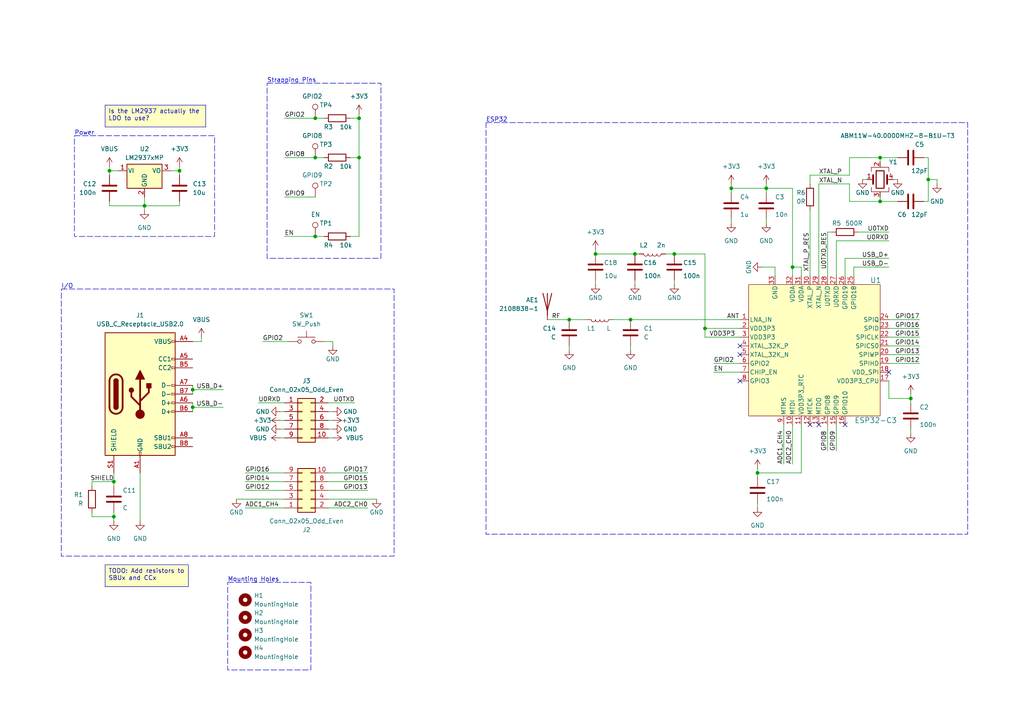
<source format=kicad_sch>
(kicad_sch (version 20230121) (generator eeschema)
  (paper "A4")
  (lib_symbols
    (symbol "Connector:TestPoint" (pin_numbers hide) (pin_names (offset 0.762) hide)
      (property "Reference" "TP" (at 0 6.858 0))
      (property "Value" "TestPoint" (at 0 5.08 0))
      (symbol "TestPoint_0_1"
        (circle (center 0 3.302) (radius 0.762))
      )
      (symbol "TestPoint_1_1"
        (pin passive line (at 0 0 90) (length 2.54) (name "1") (number "1"))
      )
    )
    (symbol "Connector:USB_C_Receptacle_USB2.0" (pin_names (offset 1.016))
      (property "Reference" "J" (at -10.16 19.05 0))
      (property "Value" "USB_C_Receptacle_USB2.0" (at 19.05 19.05 0))
      (symbol "USB_C_Receptacle_USB2.0_0_0"
        (rectangle (start -0.254 -17.78) (end 0.254 -16.764))
        (rectangle (start 10.16 -14.986) (end 9.144 -15.494))
        (rectangle (start 10.16 -12.446) (end 9.144 -12.954))
        (rectangle (start 10.16 -4.826) (end 9.144 -5.334))
        (rectangle (start 10.16 -2.286) (end 9.144 -2.794))
        (rectangle (start 10.16 0.254) (end 9.144 -0.254))
        (rectangle (start 10.16 2.794) (end 9.144 2.286))
        (rectangle (start 10.16 7.874) (end 9.144 7.366))
        (rectangle (start 10.16 10.414) (end 9.144 9.906))
        (rectangle (start 10.16 15.494) (end 9.144 14.986))
      )
      (symbol "USB_C_Receptacle_USB2.0_0_1"
        (rectangle (start -10.16 17.78) (end 10.16 -17.78) (stroke (width 0.254)) (fill (type background)))
        (arc (start -8.89 -3.81) (mid -6.985 -5.7067) (end -5.08 -3.81) (stroke (width 0.508)))
        (arc (start -7.62 -3.81) (mid -6.985 -4.4423) (end -6.35 -3.81) (stroke (width 0.254)))
        (arc (start -7.62 -3.81) (mid -6.985 -4.4423) (end -6.35 -3.81) (stroke (width 0.254)) (fill (type outline)))
        (rectangle (start -7.62 -3.81) (end -6.35 3.81) (stroke (width 0.254)) (fill (type outline)))
        (arc (start -6.35 3.81) (mid -6.985 4.4423) (end -7.62 3.81) (stroke (width 0.254)))
        (arc (start -6.35 3.81) (mid -6.985 4.4423) (end -7.62 3.81) (stroke (width 0.254)) (fill (type outline)))
        (arc (start -5.08 3.81) (mid -6.985 5.7067) (end -8.89 3.81) (stroke (width 0.508)))
        (circle (center -2.54 1.143) (radius 0.635) (stroke (width 0.254)) (fill (type outline)))
        (circle (center 0 -5.842) (radius 1.27) (fill (type outline)))
        (polyline (pts (xy -8.89 -3.81) (xy -8.89 3.81)) (stroke (width 0.508)))
        (polyline (pts (xy -5.08 3.81) (xy -5.08 -3.81)) (stroke (width 0.508)))
        (polyline (pts (xy 0 -5.842) (xy 0 4.318)) (stroke (width 0.508)))
        (polyline (pts (xy 0 -3.302) (xy -2.54 -0.762) (xy -2.54 0.508)) (stroke (width 0.508)))
        (polyline (pts (xy 0 -2.032) (xy 2.54 0.508) (xy 2.54 1.778)) (stroke (width 0.508)))
        (polyline (pts (xy -1.27 4.318) (xy 0 6.858) (xy 1.27 4.318) (xy -1.27 4.318)) (stroke (width 0.254)) (fill (type outline)))
        (rectangle (start 1.905 1.778) (end 3.175 3.048) (stroke (width 0.254)) (fill (type outline)))
      )
      (symbol "USB_C_Receptacle_USB2.0_1_1"
        (pin passive line (at 0 -22.86 90) (length 5.08) (name "GND") (number "A1"))
        (pin passive line (at 0 -22.86 90) (length 5.08) hide (name "GND") (number "A12"))
        (pin passive line (at 15.24 15.24 180) (length 5.08) (name "VBUS") (number "A4"))
        (pin bidirectional line (at 15.24 10.16 180) (length 5.08) (name "CC1") (number "A5"))
        (pin bidirectional line (at 15.24 -2.54 180) (length 5.08) (name "D+") (number "A6"))
        (pin bidirectional line (at 15.24 2.54 180) (length 5.08) (name "D-") (number "A7"))
        (pin bidirectional line (at 15.24 -12.7 180) (length 5.08) (name "SBU1") (number "A8"))
        (pin passive line (at 15.24 15.24 180) (length 5.08) hide (name "VBUS") (number "A9"))
        (pin passive line (at 0 -22.86 90) (length 5.08) hide (name "GND") (number "B1"))
        (pin passive line (at 0 -22.86 90) (length 5.08) hide (name "GND") (number "B12"))
        (pin passive line (at 15.24 15.24 180) (length 5.08) hide (name "VBUS") (number "B4"))
        (pin bidirectional line (at 15.24 7.62 180) (length 5.08) (name "CC2") (number "B5"))
        (pin bidirectional line (at 15.24 -5.08 180) (length 5.08) (name "D+") (number "B6"))
        (pin bidirectional line (at 15.24 0 180) (length 5.08) (name "D-") (number "B7"))
        (pin bidirectional line (at 15.24 -15.24 180) (length 5.08) (name "SBU2") (number "B8"))
        (pin passive line (at 15.24 15.24 180) (length 5.08) hide (name "VBUS") (number "B9"))
        (pin passive line (at -7.62 -22.86 90) (length 5.08) (name "SHIELD") (number "S1"))
      )
    )
    (symbol "Connector_Generic:Conn_02x05_Odd_Even" (pin_names (offset 1.016) hide)
      (property "Reference" "J" (at 1.27 7.62 0))
      (property "Value" "Conn_02x05_Odd_Even" (at 1.27 -7.62 0))
      (symbol "Conn_02x05_Odd_Even_1_1"
        (rectangle (start -1.27 -4.953) (end 0 -5.207) (stroke (width 0.1524)))
        (rectangle (start -1.27 -2.413) (end 0 -2.667) (stroke (width 0.1524)))
        (rectangle (start -1.27 0.127) (end 0 -0.127) (stroke (width 0.1524)))
        (rectangle (start -1.27 2.667) (end 0 2.413) (stroke (width 0.1524)))
        (rectangle (start -1.27 5.207) (end 0 4.953) (stroke (width 0.1524)))
        (rectangle (start -1.27 6.35) (end 3.81 -6.35) (stroke (width 0.254)) (fill (type background)))
        (rectangle (start 3.81 -4.953) (end 2.54 -5.207) (stroke (width 0.1524)))
        (rectangle (start 3.81 -2.413) (end 2.54 -2.667) (stroke (width 0.1524)))
        (rectangle (start 3.81 0.127) (end 2.54 -0.127) (stroke (width 0.1524)))
        (rectangle (start 3.81 2.667) (end 2.54 2.413) (stroke (width 0.1524)))
        (rectangle (start 3.81 5.207) (end 2.54 4.953) (stroke (width 0.1524)))
        (pin passive line (at -5.08 5.08 0) (length 3.81) (name "Pin_1") (number "1"))
        (pin passive line (at 7.62 -5.08 180) (length 3.81) (name "Pin_10") (number "10"))
        (pin passive line (at 7.62 5.08 180) (length 3.81) (name "Pin_2") (number "2"))
        (pin passive line (at -5.08 2.54 0) (length 3.81) (name "Pin_3") (number "3"))
        (pin passive line (at 7.62 2.54 180) (length 3.81) (name "Pin_4") (number "4"))
        (pin passive line (at -5.08 0 0) (length 3.81) (name "Pin_5") (number "5"))
        (pin passive line (at 7.62 0 180) (length 3.81) (name "Pin_6") (number "6"))
        (pin passive line (at -5.08 -2.54 0) (length 3.81) (name "Pin_7") (number "7"))
        (pin passive line (at 7.62 -2.54 180) (length 3.81) (name "Pin_8") (number "8"))
        (pin passive line (at -5.08 -5.08 0) (length 3.81) (name "Pin_9") (number "9"))
      )
    )
    (symbol "Device:Antenna" (pin_numbers hide) (pin_names (offset 1.016) hide)
      (property "Reference" "AE" (at -1.905 1.905 0))
      (property "Value" "Antenna" (at -1.905 0 0))
      (symbol "Antenna_0_1"
        (polyline (pts (xy 0 2.54) (xy 0 -3.81)) (stroke (width 0.254)))
        (polyline (pts (xy 1.27 2.54) (xy 0 -2.54) (xy -1.27 2.54)) (stroke (width 0.254)))
      )
      (symbol "Antenna_1_1"
        (pin input line (at 0 -5.08 90) (length 2.54) (name "A") (number "1"))
      )
    )
    (symbol "Device:C" (pin_numbers hide) (pin_names (offset 0.254))
      (property "Reference" "C" (at 0.635 2.54 0))
      (property "Value" "C" (at 0.635 -2.54 0))
      (symbol "C_0_1"
        (polyline (pts (xy -2.032 -0.762) (xy 2.032 -0.762)) (stroke (width 0.508)))
        (polyline (pts (xy -2.032 0.762) (xy 2.032 0.762)) (stroke (width 0.508)))
      )
      (symbol "C_1_1"
        (pin passive line (at 0 3.81 270) (length 2.794) (name "~") (number "1"))
        (pin passive line (at 0 -3.81 90) (length 2.794) (name "~") (number "2"))
      )
    )
    (symbol "Device:Crystal_GND23" (pin_names (offset 1.016) hide)
      (property "Reference" "Y" (at 3.175 5.08 0))
      (property "Value" "Crystal_GND23" (at 3.175 3.175 0))
      (symbol "Crystal_GND23_0_1"
        (rectangle (start -1.143 2.54) (end 1.143 -2.54) (stroke (width 0.3048)))
        (polyline (pts (xy -2.54 0) (xy -2.032 0)))
        (polyline (pts (xy -2.032 -1.27) (xy -2.032 1.27)) (stroke (width 0.508)))
        (polyline (pts (xy 0 -3.81) (xy 0 -3.556)))
        (polyline (pts (xy 0 3.556) (xy 0 3.81)))
        (polyline (pts (xy 2.032 -1.27) (xy 2.032 1.27)) (stroke (width 0.508)))
        (polyline (pts (xy 2.032 0) (xy 2.54 0)))
        (polyline (pts (xy -2.54 -2.286) (xy -2.54 -3.556) (xy 2.54 -3.556) (xy 2.54 -2.286)))
        (polyline (pts (xy -2.54 2.286) (xy -2.54 3.556) (xy 2.54 3.556) (xy 2.54 2.286)))
      )
      (symbol "Crystal_GND23_1_1"
        (pin passive line (at -3.81 0 0) (length 1.27) (name "1") (number "1"))
        (pin passive line (at 0 5.08 270) (length 1.27) (name "2") (number "2"))
        (pin passive line (at 0 -5.08 90) (length 1.27) (name "3") (number "3"))
        (pin passive line (at 3.81 0 180) (length 1.27) (name "4") (number "4"))
      )
    )
    (symbol "Device:L" (pin_numbers hide) (pin_names (offset 1.016) hide)
      (property "Reference" "L" (at -1.27 0 90))
      (property "Value" "L" (at 1.905 0 90))
      (symbol "L_0_1"
        (arc (start 0 -2.54) (mid 0.6323 -1.905) (end 0 -1.27))
        (arc (start 0 -1.27) (mid 0.6323 -0.635) (end 0 0))
        (arc (start 0 0) (mid 0.6323 0.635) (end 0 1.27))
        (arc (start 0 1.27) (mid 0.6323 1.905) (end 0 2.54))
      )
      (symbol "L_1_1"
        (pin passive line (at 0 3.81 270) (length 1.27) (name "1") (number "1"))
        (pin passive line (at 0 -3.81 90) (length 1.27) (name "2") (number "2"))
      )
    )
    (symbol "Device:R" (pin_numbers hide) (pin_names (offset 0))
      (property "Reference" "R" (at 2.032 0 90))
      (property "Value" "R" (at 0 0 90))
      (symbol "R_0_1"
        (rectangle (start -1.016 -2.54) (end 1.016 2.54) (stroke (width 0.254)))
      )
      (symbol "R_1_1"
        (pin passive line (at 0 3.81 270) (length 1.27) (name "~") (number "1"))
        (pin passive line (at 0 -3.81 90) (length 1.27) (name "~") (number "2"))
      )
    )
    (symbol "Mechanical:MountingHole" (pin_names (offset 1.016))
      (property "Reference" "H" (at 0 5.08 0))
      (property "Value" "MountingHole" (at 0 3.175 0))
      (symbol "MountingHole_0_1"
        (circle (center 0 0) (radius 1.27) (stroke (width 1.27)))
      )
    )
    (symbol "Regulator_Linear:LM2937xMP" (pin_names (offset 0.254))
      (property "Reference" "U" (at -3.81 3.175 0))
      (property "Value" "LM2937xMP" (at 0 3.175 0))
      (symbol "LM2937xMP_0_1"
        (rectangle (start -5.08 -5.08) (end 5.08 1.905) (stroke (width 0.254)) (fill (type background)))
      )
      (symbol "LM2937xMP_1_1"
        (pin power_in line (at -7.62 0 0) (length 2.54) (name "VI") (number "1"))
        (pin power_in line (at 0 -7.62 90) (length 2.54) (name "GND") (number "2"))
        (pin power_out line (at 7.62 0 180) (length 2.54) (name "VO") (number "3"))
      )
    )
    (symbol "Switch:SW_Push" (pin_numbers hide) (pin_names (offset 1.016) hide)
      (property "Reference" "SW" (at 1.27 2.54 0))
      (property "Value" "SW_Push" (at 0 -1.524 0))
      (symbol "SW_Push_0_1"
        (circle (center -2.032 0) (radius 0.508))
        (polyline (pts (xy 0 1.27) (xy 0 3.048)))
        (polyline (pts (xy 2.54 1.27) (xy -2.54 1.27)))
        (circle (center 2.032 0) (radius 0.508))
        (pin passive line (at -5.08 0 0) (length 2.54) (name "1") (number "1"))
        (pin passive line (at 5.08 0 180) (length 2.54) (name "2") (number "2"))
      )
    )
    (symbol "encyclopedia_galactica:ESP32-C3" (pin_names (offset 0.254))
      (property "Reference" "U" (at 0 43.18 0))
      (property "Value" "ESP32-C3" (at 0 40.64 0))
      (symbol "ESP32-C3_0_1"
        (pin bidirectional line (at -21.59 8.89 0) (length 2.54) (name "LNA_IN") (number "1"))
        (pin bidirectional line (at -6.35 -21.59 90) (length 2.54) (name "MTDI") (number "10"))
        (pin power_in line (at -3.81 -21.59 90) (length 2.54) (name "VDD3P3_RTC") (number "11"))
        (pin bidirectional line (at -1.27 -21.59 90) (length 2.54) (name "MTCK") (number "12"))
        (pin bidirectional line (at 1.27 -21.59 90) (length 2.54) (name "MTDO") (number "13"))
        (pin bidirectional line (at 3.81 -21.59 90) (length 2.54) (name "GPIO8") (number "14"))
        (pin bidirectional line (at 6.35 -21.59 90) (length 2.54) (name "GPIO9") (number "15"))
        (pin bidirectional line (at 8.89 -21.59 90) (length 2.54) (name "GPIO10") (number "16"))
        (pin power_in line (at 21.59 -8.89 180) (length 2.54) (name "VDD3P3_CPU") (number "17"))
        (pin power_in line (at 21.59 -6.35 180) (length 2.54) (name "VDD_SPI") (number "18"))
        (pin bidirectional line (at 21.59 -3.81 180) (length 2.54) (name "SPIHD") (number "19"))
        (pin power_in line (at -21.59 6.35 0) (length 2.54) (name "VDD3P3") (number "2"))
        (pin bidirectional line (at 21.59 -1.27 180) (length 2.54) (name "SPIWP") (number "20"))
        (pin bidirectional line (at 21.59 1.27 180) (length 2.54) (name "SPICS0") (number "21"))
        (pin bidirectional line (at 21.59 3.81 180) (length 2.54) (name "SPICLK") (number "22"))
        (pin bidirectional line (at 21.59 6.35 180) (length 2.54) (name "SPID") (number "23"))
        (pin bidirectional line (at 21.59 8.89 180) (length 2.54) (name "SPIQ") (number "24"))
        (pin bidirectional line (at 11.43 21.59 270) (length 2.54) (name "GPIO18") (number "25"))
        (pin bidirectional line (at 8.89 21.59 270) (length 2.54) (name "GPIO19") (number "26"))
        (pin bidirectional line (at 6.35 21.59 270) (length 2.54) (name "U0RXD") (number "27"))
        (pin bidirectional line (at 3.81 21.59 270) (length 2.54) (name "U0TXD") (number "28"))
        (pin output line (at 1.27 21.59 270) (length 2.54) (name "XTAL_N") (number "29"))
        (pin power_in line (at -21.59 3.81 0) (length 2.54) (name "VDD3P3") (number "3"))
        (pin input line (at -1.27 21.59 270) (length 2.54) (name "XTAL_P") (number "30"))
        (pin power_in line (at -3.81 21.59 270) (length 2.54) (name "VDDA") (number "31"))
        (pin power_in line (at -6.35 21.59 270) (length 2.54) (name "VDDA") (number "32"))
        (pin power_out line (at -11.43 21.59 270) (length 2.54) (name "GND") (number "33"))
        (pin bidirectional line (at -21.59 1.27 0) (length 2.54) (name "XTAL_32K_P") (number "4"))
        (pin bidirectional line (at -21.59 -1.27 0) (length 2.54) (name "XTAL_32K_N") (number "5"))
        (pin bidirectional line (at -21.59 -3.81 0) (length 2.54) (name "GPIO2") (number "6"))
        (pin input line (at -21.59 -6.35 0) (length 2.54) (name "CHIP_EN") (number "7"))
        (pin bidirectional line (at -21.59 -8.89 0) (length 2.54) (name "GPIO3") (number "8"))
        (pin bidirectional line (at -8.89 -21.59 90) (length 2.54) (name "MTMS") (number "9"))
      )
      (symbol "ESP32-C3_1_1"
        (rectangle (start -19.05 19.05) (end 19.05 -19.05) (fill (type background)))
      )
    )
    (symbol "power:+3V3" (power) (pin_names (offset 0))
      (property "Value" "+3V3" (at 0 3.556 0))
      (symbol "+3V3_0_1"
        (polyline (pts (xy -0.762 1.27) (xy 0 2.54)))
        (polyline (pts (xy 0 0) (xy 0 2.54)))
        (polyline (pts (xy 0 2.54) (xy 0.762 1.27)))
      )
      (symbol "+3V3_1_1"
        (pin power_in line (at 0 0 90) (length 0) hide (name "+3V3") (number "1"))
      )
    )
    (symbol "power:GND" (power) (pin_names (offset 0))
      (property "Value" "GND" (at 0 -3.81 0))
      (symbol "GND_0_1"
        (polyline (pts (xy 0 0) (xy 0 -1.27) (xy 1.27 -1.27) (xy 0 -2.54) (xy -1.27 -1.27) (xy 0 -1.27)))
      )
      (symbol "GND_1_1"
        (pin power_in line (at 0 0 270) (length 0) hide (name "GND") (number "1"))
      )
    )
    (symbol "power:VBUS" (power) (pin_names (offset 0))
      (property "Value" "VBUS" (at 0 3.81 0))
      (symbol "VBUS_0_1"
        (polyline (pts (xy -0.762 1.27) (xy 0 2.54)))
        (polyline (pts (xy 0 0) (xy 0 2.54)))
        (polyline (pts (xy 0 2.54) (xy 0.762 1.27)))
      )
      (symbol "VBUS_1_1"
        (pin power_in line (at 0 0 90) (length 0) hide (name "VBUS") (number "1"))
      )
    )
  )
  (junction (at 41.91 59.69))
  (junction (at 182.88 92.71))
  (junction (at 229.87 77.47))
  (junction (at 172.72 73.66))
  (junction (at 91.44 45.72))
  (junction (at 104.14 34.29))
  (junction (at 212.09 54.61))
  (junction (at 184.15 73.66))
  (junction (at 33.02 139.7))
  (junction (at 219.71 137.16))
  (junction (at 222.25 54.61))
  (junction (at 91.44 34.29))
  (junction (at 55.88 118.11))
  (junction (at 91.44 68.58))
  (junction (at 195.58 73.66))
  (junction (at 264.16 115.57))
  (junction (at 269.24 52.07))
  (junction (at 104.14 45.72))
  (junction (at 31.75 49.53))
  (junction (at 255.27 45.72))
  (junction (at 33.02 149.86))
  (junction (at 204.47 95.25))
  (junction (at 55.88 113.03))
  (junction (at 165.1 92.71))
  (junction (at 255.27 58.42))
  (junction (at 52.07 49.53))
  (no_connect (at 245.11 123.19))
  (no_connect (at 214.63 110.49))
  (no_connect (at 214.63 100.33))
  (no_connect (at 234.95 123.19))
  (no_connect (at 257.81 107.95))
  (no_connect (at 237.49 123.19))
  (no_connect (at 214.63 102.87))
  (wire (pts (xy 55.88 116.84) (xy 55.88 118.11)))
  (wire (pts (xy 257.81 92.71) (xy 266.7 92.71)))
  (wire (pts (xy 240.03 67.31) (xy 240.03 80.01)))
  (wire (pts (xy 91.44 34.29) (xy 82.55 34.29)))
  (wire (pts (xy 207.01 105.41) (xy 214.63 105.41)))
  (wire (pts (xy 55.88 118.11) (xy 64.77 118.11)))
  (wire (pts (xy 271.78 52.07) (xy 269.24 52.07)))
  (wire (pts (xy 26.67 140.97) (xy 26.67 139.7)))
  (wire (pts (xy 102.87 116.84) (xy 95.25 116.84)))
  (wire (pts (xy 222.25 63.5) (xy 222.25 64.77)))
  (wire (pts (xy 257.81 97.79) (xy 266.7 97.79)))
  (wire (pts (xy 172.72 73.66) (xy 184.15 73.66)))
  (wire (pts (xy 93.98 99.06) (xy 96.52 99.06)))
  (wire (pts (xy 33.02 137.16) (xy 33.02 139.7)))
  (wire (pts (xy 234.95 50.8) (xy 246.38 50.8)))
  (wire (pts (xy 257.81 95.25) (xy 266.7 95.25)))
  (wire (pts (xy 93.98 34.29) (xy 91.44 34.29)))
  (wire (pts (xy 55.88 111.76) (xy 55.88 113.03)))
  (wire (pts (xy 257.81 69.85) (xy 242.57 69.85)))
  (wire (pts (xy 229.87 54.61) (xy 229.87 77.47)))
  (wire (pts (xy 255.27 45.72) (xy 255.27 46.99)))
  (wire (pts (xy 257.81 115.57) (xy 257.81 110.49)))
  (wire (pts (xy 246.38 58.42) (xy 246.38 53.34)))
  (wire (pts (xy 245.11 74.93) (xy 245.11 80.01)))
  (wire (pts (xy 55.88 113.03) (xy 64.77 113.03)))
  (wire (pts (xy 95.25 139.7) (xy 106.68 139.7)))
  (wire (pts (xy 40.64 137.16) (xy 40.64 151.13)))
  (wire (pts (xy 58.42 99.06) (xy 58.42 97.79)))
  (wire (pts (xy 55.88 118.11) (xy 55.88 119.38)))
  (wire (pts (xy 251.46 52.07) (xy 250.19 52.07)))
  (wire (pts (xy 184.15 81.28) (xy 184.15 82.55)))
  (wire (pts (xy 237.49 53.34) (xy 237.49 80.01)))
  (wire (pts (xy 74.93 116.84) (xy 82.55 116.84)))
  (wire (pts (xy 81.28 121.92) (xy 82.55 121.92)))
  (wire (pts (xy 182.88 92.71) (xy 214.63 92.71)))
  (wire (pts (xy 219.71 137.16) (xy 219.71 135.89)))
  (wire (pts (xy 95.25 142.24) (xy 106.68 142.24)))
  (wire (pts (xy 33.02 149.86) (xy 33.02 148.59)))
  (wire (pts (xy 264.16 114.3) (xy 264.16 115.57)))
  (wire (pts (xy 95.25 147.32) (xy 106.68 147.32)))
  (wire (pts (xy 172.72 81.28) (xy 172.72 82.55)))
  (wire (pts (xy 247.65 77.47) (xy 257.81 77.47)))
  (wire (pts (xy 52.07 58.42) (xy 52.07 59.69)))
  (wire (pts (xy 41.91 59.69) (xy 41.91 57.15)))
  (wire (pts (xy 91.44 45.72) (xy 82.55 45.72)))
  (wire (pts (xy 229.87 123.19) (xy 229.87 134.62)))
  (wire (pts (xy 257.81 115.57) (xy 264.16 115.57)))
  (wire (pts (xy 212.09 53.34) (xy 212.09 54.61)))
  (wire (pts (xy 91.44 57.15) (xy 82.55 57.15)))
  (wire (pts (xy 229.87 77.47) (xy 232.41 77.47)))
  (wire (pts (xy 246.38 45.72) (xy 246.38 50.8)))
  (wire (pts (xy 237.49 53.34) (xy 246.38 53.34)))
  (wire (pts (xy 195.58 81.28) (xy 195.58 82.55)))
  (wire (pts (xy 81.28 127) (xy 82.55 127)))
  (wire (pts (xy 165.1 92.71) (xy 170.18 92.71)))
  (wire (pts (xy 260.35 58.42) (xy 255.27 58.42)))
  (wire (pts (xy 96.52 99.06) (xy 96.52 100.33)))
  (wire (pts (xy 104.14 68.58) (xy 101.6 68.58)))
  (wire (pts (xy 267.97 58.42) (xy 269.24 58.42)))
  (wire (pts (xy 207.01 107.95) (xy 214.63 107.95)))
  (wire (pts (xy 71.12 137.16) (xy 82.55 137.16)))
  (wire (pts (xy 95.25 127) (xy 96.52 127)))
  (wire (pts (xy 68.58 144.78) (xy 82.55 144.78)))
  (wire (pts (xy 234.95 60.96) (xy 234.95 80.01)))
  (wire (pts (xy 264.16 124.46) (xy 264.16 125.73)))
  (wire (pts (xy 76.2 99.06) (xy 83.82 99.06)))
  (wire (pts (xy 204.47 73.66) (xy 195.58 73.66)))
  (wire (pts (xy 91.44 68.58) (xy 82.55 68.58)))
  (wire (pts (xy 247.65 77.47) (xy 247.65 80.01)))
  (wire (pts (xy 33.02 149.86) (xy 33.02 151.13)))
  (wire (pts (xy 269.24 45.72) (xy 267.97 45.72)))
  (wire (pts (xy 234.95 50.8) (xy 234.95 53.34)))
  (wire (pts (xy 81.28 124.46) (xy 82.55 124.46)))
  (wire (pts (xy 55.88 113.03) (xy 55.88 114.3)))
  (wire (pts (xy 255.27 58.42) (xy 255.27 57.15)))
  (wire (pts (xy 227.33 123.19) (xy 227.33 134.62)))
  (wire (pts (xy 104.14 45.72) (xy 101.6 45.72)))
  (wire (pts (xy 212.09 54.61) (xy 222.25 54.61)))
  (wire (pts (xy 109.22 144.78) (xy 95.25 144.78)))
  (wire (pts (xy 193.04 73.66) (xy 195.58 73.66)))
  (wire (pts (xy 52.07 49.53) (xy 52.07 50.8)))
  (wire (pts (xy 242.57 123.19) (xy 242.57 130.81)))
  (wire (pts (xy 219.71 137.16) (xy 232.41 137.16)))
  (wire (pts (xy 95.25 119.38) (xy 96.52 119.38)))
  (wire (pts (xy 31.75 59.69) (xy 41.91 59.69)))
  (wire (pts (xy 257.81 102.87) (xy 266.7 102.87)))
  (wire (pts (xy 219.71 146.05) (xy 219.71 147.32)))
  (wire (pts (xy 177.8 92.71) (xy 182.88 92.71)))
  (wire (pts (xy 52.07 48.26) (xy 52.07 49.53)))
  (wire (pts (xy 182.88 100.33) (xy 182.88 101.6)))
  (wire (pts (xy 95.25 121.92) (xy 96.52 121.92)))
  (wire (pts (xy 91.44 45.72) (xy 93.98 45.72)))
  (wire (pts (xy 26.67 149.86) (xy 33.02 149.86)))
  (wire (pts (xy 248.92 67.31) (xy 257.81 67.31)))
  (wire (pts (xy 264.16 115.57) (xy 264.16 116.84)))
  (wire (pts (xy 240.03 123.19) (xy 240.03 130.81)))
  (wire (pts (xy 71.12 139.7) (xy 82.55 139.7)))
  (wire (pts (xy 49.53 49.53) (xy 52.07 49.53)))
  (wire (pts (xy 26.67 148.59) (xy 26.67 149.86)))
  (wire (pts (xy 95.25 137.16) (xy 106.68 137.16)))
  (wire (pts (xy 222.25 54.61) (xy 229.87 54.61)))
  (wire (pts (xy 81.28 119.38) (xy 82.55 119.38)))
  (wire (pts (xy 269.24 58.42) (xy 269.24 52.07)))
  (wire (pts (xy 26.67 139.7) (xy 33.02 139.7)))
  (wire (pts (xy 204.47 97.79) (xy 204.47 95.25)))
  (wire (pts (xy 104.14 34.29) (xy 104.14 45.72)))
  (wire (pts (xy 184.15 73.66) (xy 185.42 73.66)))
  (wire (pts (xy 31.75 48.26) (xy 31.75 49.53)))
  (wire (pts (xy 257.81 74.93) (xy 245.11 74.93)))
  (wire (pts (xy 165.1 100.33) (xy 165.1 101.6)))
  (wire (pts (xy 257.81 100.33) (xy 266.7 100.33)))
  (wire (pts (xy 269.24 52.07) (xy 269.24 45.72)))
  (wire (pts (xy 33.02 139.7) (xy 33.02 140.97)))
  (wire (pts (xy 55.88 99.06) (xy 58.42 99.06)))
  (wire (pts (xy 222.25 53.34) (xy 222.25 54.61)))
  (wire (pts (xy 104.14 33.02) (xy 104.14 34.29)))
  (wire (pts (xy 232.41 77.47) (xy 232.41 80.01)))
  (wire (pts (xy 41.91 59.69) (xy 41.91 60.96)))
  (wire (pts (xy 246.38 58.42) (xy 255.27 58.42)))
  (wire (pts (xy 212.09 63.5) (xy 212.09 64.77)))
  (wire (pts (xy 104.14 34.29) (xy 101.6 34.29)))
  (wire (pts (xy 229.87 77.47) (xy 229.87 80.01)))
  (wire (pts (xy 219.71 138.43) (xy 219.71 137.16)))
  (wire (pts (xy 222.25 54.61) (xy 222.25 55.88)))
  (wire (pts (xy 255.27 45.72) (xy 246.38 45.72)))
  (wire (pts (xy 271.78 53.34) (xy 271.78 52.07)))
  (wire (pts (xy 71.12 142.24) (xy 82.55 142.24)))
  (wire (pts (xy 260.35 45.72) (xy 255.27 45.72)))
  (wire (pts (xy 257.81 105.41) (xy 266.7 105.41)))
  (wire (pts (xy 93.98 68.58) (xy 91.44 68.58)))
  (wire (pts (xy 104.14 45.72) (xy 104.14 68.58)))
  (wire (pts (xy 204.47 95.25) (xy 204.47 73.66)))
  (wire (pts (xy 95.25 124.46) (xy 96.52 124.46)))
  (wire (pts (xy 158.75 92.71) (xy 165.1 92.71)))
  (wire (pts (xy 41.91 59.69) (xy 52.07 59.69)))
  (wire (pts (xy 31.75 49.53) (xy 31.75 50.8)))
  (wire (pts (xy 242.57 69.85) (xy 242.57 80.01)))
  (wire (pts (xy 71.12 147.32) (xy 82.55 147.32)))
  (wire (pts (xy 260.35 52.07) (xy 259.08 52.07)))
  (wire (pts (xy 31.75 58.42) (xy 31.75 59.69)))
  (wire (pts (xy 204.47 95.25) (xy 214.63 95.25)))
  (wire (pts (xy 240.03 67.31) (xy 241.3 67.31)))
  (wire (pts (xy 214.63 97.79) (xy 204.47 97.79)))
  (wire (pts (xy 224.79 77.47) (xy 224.79 80.01)))
  (wire (pts (xy 172.72 72.39) (xy 172.72 73.66)))
  (wire (pts (xy 212.09 54.61) (xy 212.09 55.88)))
  (wire (pts (xy 232.41 123.19) (xy 232.41 137.16)))
  (wire (pts (xy 220.98 77.47) (xy 224.79 77.47)))
  (wire (pts (xy 31.75 49.53) (xy 34.29 49.53)))
  (rectangle (start 21.59 39.37) (end 62.23 68.58) (stroke (width 0) (type dash)))
  (rectangle (start 66.04 168.91) (end 90.17 194.31) (stroke (width 0) (type dash)))
  (rectangle (start 77.47 24.13) (end 110.49 74.93) (stroke (width 0) (type dash)))
  (rectangle (start 17.78 83.82) (end 114.3 161.29) (stroke (width 0) (type dash)))
  (rectangle (start 140.97 35.56) (end 280.67 154.94) (stroke (width 0) (type dash)))
  (text_box "TODO: Add resistors to SBUx and CCx" (at 30.48 163.83 0) (size 24.13 6.35) (fill (type color) (color 255 255 194 1)) (effects (font (size 1.27 1.27)) (justify left top)))
  (text_box "Is the LM2937 actually the LDO to use?" (at 30.48 30.48 0) (size 29.21 6.35) (fill (type color) (color 255 255 194 1)) (effects (font (size 1.27 1.27)) (justify left top)))
  (text "ESP32" (at 140.97 35.56 0) (effects (font (size 1.27 1.27)) (justify left bottom)))
  (text "I/O" (at 17.78 83.82 0) (effects (font (size 1.27 1.27)) (justify left bottom)))
  (text "Mounting Holes" (at 66.04 168.91 0) (effects (font (size 1.27 1.27)) (justify left bottom)))
  (text "Power" (at 21.59 39.37 0) (effects (font (size 1.27 1.27)) (justify left bottom)))
  (text "Strapping Pins" (at 77.47 24.13 0) (effects (font (size 1.27 1.27)) (justify left bottom)))
  (label "ADC1_CH4" (at 227.33 134.62 90))
  (label "U0RXD" (at 74.93 116.84 0))
  (label "GPIO2" (at 76.2 99.06 0))
  (label "USB_D-" (at 64.77 118.11 180))
  (label "GPIO12" (at 71.12 142.24 0))
  (label "EN" (at 207.01 107.95 0))
  (label "GPIO16" (at 71.12 137.16 0))
  (label "GPIO13" (at 106.68 142.24 180))
  (label "USB_D+" (at 64.77 113.03 180))
  (label "SHIELD" (at 33.02 139.7 180))
  (label "ADC1_CH4" (at 71.12 147.32 0))
  (label "USB_D+" (at 257.81 74.93 180))
  (label "GPIO2" (at 82.55 34.29 0))
  (label "GPIO14" (at 266.7 100.33 180))
  (label "GPIO9" (at 242.57 130.81 90))
  (label "GPIO17" (at 266.7 92.71 180))
  (label "GPIO14" (at 71.12 139.7 0))
  (label "U0TXD" (at 102.87 116.84 180))
  (label "ADC2_CH0" (at 229.87 134.62 90))
  (label "U0RXD" (at 257.81 69.85 180))
  (label "VDD3P3" (at 205.74 97.79 0))
  (label "ANT" (at 210.82 92.71 0))
  (label "USB_D-" (at 257.81 77.47 180))
  (label "GPIO12" (at 266.7 105.41 180))
  (label "XTAL_P" (at 237.49 50.8 0))
  (label "U0TXD" (at 257.81 67.31 180))
  (label "GPIO9" (at 82.55 57.15 0))
  (label "XTAL_P_RES" (at 234.95 78.74 90))
  (label "GPIO15" (at 106.68 139.7 180))
  (label "XTAL_N" (at 237.49 53.34 0))
  (label "GPIO16" (at 266.7 95.25 180))
  (label "RF" (at 160.02 92.71 0))
  (label "U0TXD_RES" (at 240.03 67.31 270))
  (label "EN" (at 82.55 68.58 0))
  (label "GPIO8" (at 82.55 45.72 0))
  (label "GPIO13" (at 266.7 102.87 180))
  (label "GPIO17" (at 106.68 137.16 180))
  (label "GPIO2" (at 207.01 105.41 0))
  (label "ADC2_CH0" (at 106.68 147.32 180))
  (label "GPIO15" (at 266.7 97.79 180))
  (label "GPIO8" (at 240.03 130.81 90))
  (symbol (lib_id "power:GND") (at 250.19 52.07 0) (mirror y) (unit 1)
    (property "Reference" "#PWR03" (effects hide))
    (property "Value" "GND" (at 250.19 55.88 0))
  )
  (symbol (lib_id "Connector:USB_C_Receptacle_USB2.0") (at 40.64 114.3 0) (unit 1)
    (property "Reference" "J1" (at 40.64 91.44 0))
    (property "Value" "USB_C_Receptacle_USB2.0" (at 40.64 93.98 0))
    (property "Footprint" "Connector_USB:USB_C_Receptacle_GCT_USB4105-xx-A_16P_TopMnt_Horizontal" (effects hide))
    (property "Datasheet" "https://www.usb.org/sites/default/files/documents/usb_type-c.zip" (effects hide))
  )
  (symbol (lib_id "Device:R") (at 234.95 57.15 0) (mirror y) (unit 1)
    (property "Reference" "R6" (at 233.68 55.88 0) (effects (justify left)))
    (property "Value" "0R" (at 233.68 58.42 0) (effects (justify left)))
    (property "Footprint" "Resistor_SMD:R_0402_1005Metric" (effects hide))
  )
  (symbol (lib_id "Device:R") (at 97.79 68.58 270) (mirror x) (unit 1)
    (property "Reference" "R4" (at 95.25 71.12 90))
    (property "Value" "10k" (at 100.33 71.12 90))
    (property "Footprint" "Resistor_SMD:R_0402_1005Metric" (effects hide))
  )
  (symbol (lib_id "power:GND") (at 212.09 64.77 0) (unit 1)
    (property "Reference" "#PWR023" (effects hide))
    (property "Value" "GND" (at 212.09 69.85 0))
  )
  (symbol (lib_id "power:VBUS") (at 81.28 127 90) (unit 1)
    (property "Reference" "#PWR032" (effects hide))
    (property "Value" "VBUS" (at 77.47 127 90) (effects (justify left)))
  )
  (symbol (lib_id "Device:R") (at 26.67 144.78 0) (unit 1)
    (property "Reference" "R1" (at 24.13 143.51 0) (effects (justify right)))
    (property "Value" "R" (at 24.13 146.05 0) (effects (justify right)))
    (property "Footprint" "Resistor_SMD:R_0402_1005Metric" (effects hide))
  )
  (symbol (lib_id "power:GND") (at 81.28 124.46 270) (unit 1)
    (property "Reference" "#PWR030" (effects hide))
    (property "Value" "GND" (at 76.2 124.46 90))
  )
  (symbol (lib_id "Mechanical:MountingHole") (at 71.12 184.15 0) (unit 1)
    (property "Reference" "H3" (at 73.66 182.88 0) (effects (justify left)))
    (property "Value" "MountingHole" (at 73.66 185.42 0) (effects (justify left)))
    (property "Footprint" "MountingHole:MountingHole_2.2mm_M2" (effects hide))
  )
  (symbol (lib_id "power:GND") (at 184.15 82.55 0) (mirror y) (unit 1)
    (property "Reference" "#PWR018" (effects hide))
    (property "Value" "GND" (at 184.15 86.36 0))
  )
  (symbol (lib_id "Mechanical:MountingHole") (at 71.12 173.99 0) (unit 1)
    (property "Reference" "H1" (at 73.66 172.72 0) (effects (justify left)))
    (property "Value" "MountingHole" (at 73.66 175.26 0) (effects (justify left)))
    (property "Footprint" "MountingHole:MountingHole_2.2mm_M2" (effects hide))
  )
  (symbol (lib_id "Device:C") (at 172.72 77.47 0) (unit 1)
    (property "Reference" "C18" (at 179.07 76.2 0) (effects (justify right)))
    (property "Value" "10u" (at 179.07 80.01 0) (effects (justify right)))
    (property "Footprint" "Capacitor_SMD:C_0603_1608Metric" (effects hide))
  )
  (symbol (lib_id "power:+3V3") (at 222.25 53.34 0) (mirror y) (unit 1)
    (property "Reference" "#PWR04" (effects hide))
    (property "Value" "+3V3" (at 222.25 48.26 0))
  )
  (symbol (lib_id "power:GND") (at 41.91 60.96 0) (unit 1)
    (property "Reference" "#PWR016" (effects hide))
    (property "Value" "GND" (at 41.91 66.04 0))
  )
  (symbol (lib_id "power:+3V3") (at 212.09 53.34 0) (mirror y) (unit 1)
    (property "Reference" "#PWR022" (effects hide))
    (property "Value" "+3V3" (at 212.09 48.26 0))
  )
  (symbol (lib_id "Connector_Generic:Conn_02x05_Odd_Even") (at 87.63 121.92 0) (unit 1)
    (property "Reference" "J3" (at 88.9 110.49 0))
    (property "Value" "Conn_02x05_Odd_Even" (at 88.9 113.03 0))
    (property "Footprint" "Connector_PinHeader_2.54mm:PinHeader_2x05_P2.54mm_Vertical" (effects hide))
  )
  (symbol (lib_id "Device:C") (at 165.1 96.52 0) (unit 1)
    (property "Reference" "C14" (at 161.29 95.25 0) (effects (justify right)))
    (property "Value" "C" (at 161.29 97.79 0) (effects (justify right)))
    (property "Footprint" "Capacitor_SMD:C_0402_1005Metric" (effects hide))
  )
  (symbol (lib_id "power:GND") (at 271.78 53.34 0) (mirror y) (unit 1)
    (property "Reference" "#PWR025" (effects hide))
    (property "Value" "GND" (at 271.78 58.42 0))
  )
  (symbol (lib_id "power:VBUS") (at 31.75 48.26 0) (unit 1)
    (property "Reference" "#PWR014" (effects hide))
    (property "Value" "VBUS" (at 31.75 43.18 0))
  )
  (symbol (lib_id "Connector:TestPoint") (at 91.44 68.58 0) (unit 1)
    (property "Reference" "TP1" (at 92.71 64.77 0) (effects (justify left)))
    (property "Value" "EN" (at 90.17 62.23 0) (effects (justify left)))
    (property "Footprint" "TestPoint:TestPoint_Pad_D1.5mm" (effects hide))
  )
  (symbol (lib_id "Connector_Generic:Conn_02x05_Odd_Even") (at 87.63 142.24 0) (mirror x) (unit 1)
    (property "Reference" "J2" (at 88.9 153.67 0))
    (property "Value" "Conn_02x05_Odd_Even" (at 88.9 151.13 0))
    (property "Footprint" "Connector_PinHeader_2.54mm:PinHeader_2x05_P2.54mm_Vertical" (effects hide))
  )
  (symbol (lib_id "power:GND") (at 222.25 64.77 0) (unit 1)
    (property "Reference" "#PWR021" (effects hide))
    (property "Value" "GND" (at 222.25 69.85 0))
  )
  (symbol (lib_id "power:GND") (at 165.1 101.6 0) (mirror y) (unit 1)
    (property "Reference" "#PWR017" (effects hide))
    (property "Value" "GND" (at 165.1 106.68 0))
  )
  (symbol (lib_id "Device:C") (at 222.25 59.69 0) (mirror y) (unit 1)
    (property "Reference" "C3" (at 224.79 57.15 0) (effects (justify right)))
    (property "Value" "10n" (at 224.79 62.23 0) (effects (justify right)))
    (property "Footprint" "Capacitor_SMD:C_0402_1005Metric" (effects hide))
  )
  (symbol (lib_id "Device:C") (at 33.02 144.78 0) (unit 1)
    (property "Reference" "C11" (at 35.56 142.24 0) (effects (justify left)))
    (property "Value" "C" (at 35.56 147.32 0) (effects (justify left)))
    (property "Footprint" "Capacitor_SMD:C_0402_1005Metric" (effects hide))
  )
  (symbol (lib_id "power:+3V3") (at 52.07 48.26 0) (unit 1)
    (property "Reference" "#PWR015" (effects hide))
    (property "Value" "+3V3" (at 52.07 43.18 0))
  )
  (symbol (lib_id "power:GND") (at 195.58 82.55 0) (unit 1)
    (property "Reference" "#PWR019" (effects hide))
    (property "Value" "GND" (at 195.58 86.36 0))
  )
  (symbol (lib_id "Regulator_Linear:LM2937xMP") (at 41.91 49.53 0) (unit 1)
    (property "Reference" "U2" (at 41.91 43.18 0))
    (property "Value" "LM2937xMP" (at 41.91 45.72 0))
    (property "Footprint" "Package_TO_SOT_SMD:SOT-223-3_TabPin2" (effects hide))
    (property "Datasheet" "http://www.ti.com/lit/ds/symlink/lm2937.pdf" (effects hide))
  )
  (symbol (lib_id "power:+3V3") (at 219.71 135.89 0) (mirror y) (unit 1)
    (property "Reference" "#PWR06" (effects hide))
    (property "Value" "+3V3" (at 219.71 130.81 0))
  )
  (symbol (lib_id "encyclopedia_galactica:ESP32-C3") (at 236.22 101.6 0) (unit 1)
    (property "Reference" "U1" (at 254 81.28 0) (effects (font (size 1.524 1.524))))
    (property "Value" "ESP32-C3" (at 254 121.92 0) (effects (font (size 1.524 1.524))))
    (property "Footprint" "encyclopedia_galactica:QFN32_5X5_EXP" (effects hide))
    (property "Datasheet" "https://www.espressif.com/sites/default/files/documentation/esp32-c3_datasheet_en.pdf" (effects hide))
    (property "HW_Guidelines" "https://www.espressif.com/sites/default/files/documentation/esp32-c3_hardware_design_guidelines_en.pdf" (effects hide))
  )
  (symbol (lib_id "Device:Crystal_GND23") (at 255.27 52.07 0) (unit 1)
    (property "Reference" "Y1" (at 259.08 46.99 0))
    (property "Value" "ABM11W-40.0000MHZ-8-B1U-T3" (at 260.35 39.37 0))
    (property "Footprint" "encyclopedia_galactica:ABM11W-30.0000MHZ-7-D1X-T3" (effects hide))
  )
  (symbol (lib_id "power:GND") (at 96.52 100.33 0) (unit 1)
    (property "Reference" "#PWR036" (effects hide))
    (property "Value" "GND" (at 96.52 104.14 0))
  )
  (symbol (lib_id "Device:C") (at 264.16 58.42 90) (mirror x) (unit 1)
    (property "Reference" "C6" (at 261.62 62.23 90))
    (property "Value" "12pF" (at 266.7 62.23 90))
    (property "Footprint" "Capacitor_SMD:C_0402_1005Metric" (effects hide))
  )
  (symbol (lib_id "Device:C") (at 52.07 54.61 0) (mirror y) (unit 1)
    (property "Reference" "C13" (at 55.88 53.34 0) (effects (justify right)))
    (property "Value" "10u" (at 55.88 55.88 0) (effects (justify right)))
    (property "Footprint" "Capacitor_SMD:C_0603_1608Metric" (effects hide))
  )
  (symbol (lib_id "Switch:SW_Push") (at 88.9 99.06 0) (mirror y) (unit 1)
    (property "Reference" "SW1" (at 88.9 91.44 0))
    (property "Value" "SW_Push" (at 88.9 93.98 0))
    (property "Footprint" "Button_Switch_SMD:SW_SPST_B3U-1000P" (effects hide))
  )
  (symbol (lib_id "power:GND") (at 81.28 119.38 270) (unit 1)
    (property "Reference" "#PWR026" (effects hide))
    (property "Value" "GND" (at 76.2 119.38 90))
  )
  (symbol (lib_id "power:GND") (at 96.52 119.38 90) (unit 1)
    (property "Reference" "#PWR027" (effects hide))
    (property "Value" "GND" (at 101.6 119.38 90))
  )
  (symbol (lib_id "Device:Antenna") (at 158.75 87.63 0) (mirror y) (unit 1)
    (property "Reference" "AE1" (at 156.21 86.995 0) (effects (justify left)))
    (property "Value" "2108838-1" (at 156.21 89.535 0) (effects (justify left)))
    (property "Footprint" "encyclopedia_galactica:2108838-1" (effects hide))
  )
  (symbol (lib_id "Mechanical:MountingHole") (at 71.12 179.07 0) (unit 1)
    (property "Reference" "H2" (at 73.66 177.8 0) (effects (justify left)))
    (property "Value" "MountingHole" (at 73.66 180.34 0) (effects (justify left)))
    (property "Footprint" "MountingHole:MountingHole_2.2mm_M2" (effects hide))
  )
  (symbol (lib_id "power:GND") (at 219.71 147.32 0) (unit 1)
    (property "Reference" "#PWR07" (effects hide))
    (property "Value" "GND" (at 219.71 152.4 0))
  )
  (symbol (lib_id "Connector:TestPoint") (at 91.44 57.15 0) (unit 1)
    (property "Reference" "TP2" (at 92.71 53.34 0) (effects (justify left)))
    (property "Value" "GPIO9" (at 87.63 50.8 0) (effects (justify left)))
    (property "Footprint" "TestPoint:TestPoint_Pad_D1.5mm" (effects hide))
  )
  (symbol (lib_id "power:GND") (at 68.58 144.78 0) (unit 1)
    (property "Reference" "#PWR034" (effects hide))
    (property "Value" "GND" (at 68.58 148.59 0))
  )
  (symbol (lib_id "Device:L") (at 189.23 73.66 90) (mirror x) (unit 1)
    (property "Reference" "L2" (at 186.69 71.12 90))
    (property "Value" "2n" (at 191.77 71.12 90))
    (property "Footprint" "Inductor_SMD:L_0402_1005Metric" (effects hide))
  )
  (symbol (lib_id "Device:C") (at 212.09 59.69 0) (mirror y) (unit 1)
    (property "Reference" "C4" (at 214.63 57.15 0) (effects (justify right)))
    (property "Value" "1u" (at 214.63 62.23 0) (effects (justify right)))
    (property "Footprint" "Capacitor_SMD:C_0402_1005Metric" (effects hide))
  )
  (symbol (lib_id "Connector:TestPoint") (at 91.44 45.72 0) (unit 1)
    (property "Reference" "TP3" (at 92.71 41.91 0) (effects (justify left)))
    (property "Value" "GPIO8" (at 87.63 39.37 0) (effects (justify left)))
    (property "Footprint" "TestPoint:TestPoint_Pad_D1.5mm" (effects hide))
  )
  (symbol (lib_id "power:+3V3") (at 96.52 121.92 270) (unit 1)
    (property "Reference" "#PWR028" (effects hide))
    (property "Value" "+3V3" (at 99.06 121.92 90) (effects (justify left)))
  )
  (symbol (lib_id "Device:C") (at 182.88 96.52 0) (mirror y) (unit 1)
    (property "Reference" "C1" (at 186.69 95.25 0) (effects (justify right)))
    (property "Value" "C" (at 186.69 97.79 0) (effects (justify right)))
    (property "Footprint" "Capacitor_SMD:C_0402_1005Metric" (effects hide))
  )
  (symbol (lib_id "power:VBUS") (at 96.52 127 270) (unit 1)
    (property "Reference" "#PWR033" (effects hide))
    (property "Value" "VBUS" (at 100.33 127 90) (effects (justify left)))
  )
  (symbol (lib_id "Device:C") (at 184.15 77.47 0) (unit 1)
    (property "Reference" "C16" (at 190.5 76.2 0) (effects (justify right)))
    (property "Value" "100n" (at 191.77 80.01 0) (effects (justify right)))
    (property "Footprint" "Capacitor_SMD:C_0402_1005Metric" (effects hide))
  )
  (symbol (lib_id "power:GND") (at 264.16 125.73 0) (unit 1)
    (property "Reference" "#PWR09" (effects hide))
    (property "Value" "GND" (at 264.16 130.81 0))
  )
  (symbol (lib_id "power:+3V3") (at 104.14 33.02 0) (mirror y) (unit 1)
    (property "Reference" "#PWR010" (effects hide))
    (property "Value" "+3V3" (at 104.14 27.94 0))
  )
  (symbol (lib_id "power:GND") (at 96.52 124.46 90) (mirror x) (unit 1)
    (property "Reference" "#PWR031" (effects hide))
    (property "Value" "GND" (at 101.6 124.46 90))
  )
  (symbol (lib_id "Device:C") (at 195.58 77.47 0) (mirror y) (unit 1)
    (property "Reference" "C15" (at 198.12 76.2 0) (effects (justify right)))
    (property "Value" "100n" (at 198.12 80.01 0) (effects (justify right)))
    (property "Footprint" "Capacitor_SMD:C_0402_1005Metric" (effects hide))
  )
  (symbol (lib_id "Device:R") (at 245.11 67.31 270) (mirror x) (unit 1)
    (property "Reference" "R5" (at 241.3 64.77 90) (effects (justify left)))
    (property "Value" "500R" (at 245.11 64.77 90) (effects (justify left)))
    (property "Footprint" "Resistor_SMD:R_0402_1005Metric" (effects hide))
  )
  (symbol (lib_id "power:GND") (at 220.98 77.47 270) (unit 1)
    (property "Reference" "#PWR02" (effects hide))
    (property "Value" "GND" (at 217.17 77.47 0))
  )
  (symbol (lib_id "Connector:TestPoint") (at 91.44 34.29 0) (unit 1)
    (property "Reference" "TP4" (at 92.71 30.48 0) (effects (justify left)))
    (property "Value" "GPIO2" (at 87.63 27.94 0) (effects (justify left)))
    (property "Footprint" "TestPoint:TestPoint_Pad_D1.5mm" (effects hide))
  )
  (symbol (lib_id "power:GND") (at 172.72 82.55 0) (mirror y) (unit 1)
    (property "Reference" "#PWR020" (effects hide))
    (property "Value" "GND" (at 172.72 86.36 0))
  )
  (symbol (lib_id "power:GND") (at 109.22 144.78 0) (mirror y) (unit 1)
    (property "Reference" "#PWR035" (effects hide))
    (property "Value" "GND" (at 109.22 148.59 0))
  )
  (symbol (lib_id "power:GND") (at 182.88 101.6 0) (unit 1)
    (property "Reference" "#PWR01" (effects hide))
    (property "Value" "GND" (at 182.88 106.68 0))
  )
  (symbol (lib_id "Device:L") (at 173.99 92.71 90) (mirror x) (unit 1)
    (property "Reference" "L1" (at 171.45 95.25 90))
    (property "Value" "L" (at 176.53 95.25 90))
    (property "Footprint" "Inductor_SMD:L_0402_1005Metric" (effects hide))
  )
  (symbol (lib_id "Device:R") (at 97.79 45.72 270) (mirror x) (unit 1)
    (property "Reference" "R2" (at 95.25 48.26 90))
    (property "Value" "10k" (at 100.33 48.26 90))
    (property "Footprint" "Resistor_SMD:R_0402_1005Metric" (effects hide))
  )
  (symbol (lib_id "power:+3V3") (at 81.28 121.92 90) (mirror x) (unit 1)
    (property "Reference" "#PWR029" (effects hide))
    (property "Value" "+3V3" (at 78.74 121.92 90) (effects (justify left)))
  )
  (symbol (lib_id "power:GND") (at 33.02 151.13 0) (unit 1)
    (property "Reference" "#PWR013" (effects hide))
    (property "Value" "GND" (at 33.02 156.21 0))
  )
  (symbol (lib_id "power:+3V3") (at 172.72 72.39 0) (unit 1)
    (property "Reference" "#PWR05" (effects hide))
    (property "Value" "+3V3" (at 172.72 67.31 0))
  )
  (symbol (lib_id "Device:R") (at 97.79 34.29 270) (mirror x) (unit 1)
    (property "Reference" "R3" (at 95.25 36.83 90))
    (property "Value" "10k" (at 100.33 36.83 90))
    (property "Footprint" "Resistor_SMD:R_0402_1005Metric" (effects hide))
  )
  (symbol (lib_id "Device:C") (at 31.75 54.61 0) (unit 1)
    (property "Reference" "C12" (at 27.94 53.34 0) (effects (justify right)))
    (property "Value" "100n" (at 27.94 55.88 0) (effects (justify right)))
    (property "Footprint" "Capacitor_SMD:C_0402_1005Metric" (effects hide))
  )
  (symbol (lib_id "power:VBUS") (at 58.42 97.79 0) (unit 1)
    (property "Reference" "#PWR011" (effects hide))
    (property "Value" "VBUS" (at 58.42 92.71 0))
  )
  (symbol (lib_id "Mechanical:MountingHole") (at 71.12 189.23 0) (unit 1)
    (property "Reference" "H4" (at 73.66 187.96 0) (effects (justify left)))
    (property "Value" "MountingHole" (at 73.66 190.5 0) (effects (justify left)))
    (property "Footprint" "MountingHole:MountingHole_2.2mm_M2" (effects hide))
  )
  (symbol (lib_id "Device:C") (at 264.16 120.65 0) (mirror y) (unit 1)
    (property "Reference" "C2" (at 266.7 118.11 0) (effects (justify right)))
    (property "Value" "100n" (at 266.7 123.19 0) (effects (justify right)))
    (property "Footprint" "Capacitor_SMD:C_0402_1005Metric" (effects hide))
  )
  (symbol (lib_id "Device:C") (at 264.16 45.72 90) (unit 1)
    (property "Reference" "C5" (at 266.7 41.91 90))
    (property "Value" "12pF" (at 266.7 49.53 90))
    (property "Footprint" "Capacitor_SMD:C_0402_1005Metric" (effects hide))
  )
  (symbol (lib_id "Device:C") (at 219.71 142.24 0) (mirror y) (unit 1)
    (property "Reference" "C17" (at 222.25 139.7 0) (effects (justify right)))
    (property "Value" "100n" (at 222.25 144.78 0) (effects (justify right)))
    (property "Footprint" "Capacitor_SMD:C_0402_1005Metric" (effects hide))
  )
  (symbol (lib_id "power:GND") (at 260.35 52.07 0) (mirror y) (unit 1)
    (property "Reference" "#PWR024" (effects hide))
    (property "Value" "GND" (at 260.35 55.88 0))
  )
  (symbol (lib_id "power:GND") (at 40.64 151.13 0) (unit 1)
    (property "Reference" "#PWR012" (effects hide))
    (property "Value" "GND" (at 40.64 156.21 0))
  )
  (symbol (lib_id "power:+3V3") (at 264.16 114.3 0) (mirror y) (unit 1)
    (property "Reference" "#PWR08" (effects hide))
    (property "Value" "+3V3" (at 264.16 109.22 0))
  )
)
</source>
